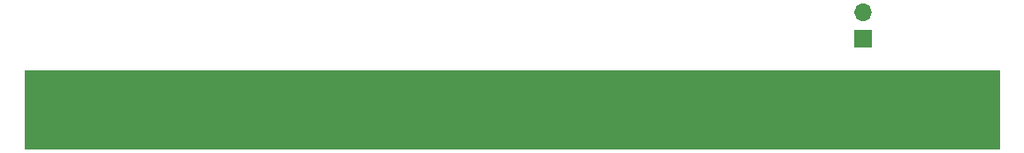
<source format=gbr>
%TF.GenerationSoftware,KiCad,Pcbnew,7.0.11*%
%TF.CreationDate,2024-03-06T22:05:36+01:00*%
%TF.ProjectId,kim-1-programmable-memory,6b696d2d-312d-4707-926f-6772616d6d61,rev?*%
%TF.SameCoordinates,Original*%
%TF.FileFunction,Soldermask,Bot*%
%TF.FilePolarity,Negative*%
%FSLAX46Y46*%
G04 Gerber Fmt 4.6, Leading zero omitted, Abs format (unit mm)*
G04 Created by KiCad (PCBNEW 7.0.11) date 2024-03-06 22:05:36*
%MOMM*%
%LPD*%
G01*
G04 APERTURE LIST*
G04 Aperture macros list*
%AMFreePoly0*
4,1,22,-1.300000,3.270000,1.300000,3.270000,1.300000,-1.970000,1.280250,-2.195743,1.221600,-2.414626,1.125833,-2.620000,0.995858,-2.805624,0.835624,-2.965858,0.650000,-3.095833,0.444626,-3.191600,0.225743,-3.250250,0.000000,-3.270000,-0.225743,-3.250250,-0.444626,-3.191600,-0.650000,-3.095833,-0.835624,-2.965858,-0.995858,-2.805624,-1.125833,-2.620000,-1.221600,-2.414626,-1.280250,-2.195743,
-1.300000,-1.970000,-1.300000,3.270000,-1.300000,3.270000,$1*%
G04 Aperture macros list end*
%ADD10C,0.120000*%
%ADD11R,1.700000X1.700000*%
%ADD12O,1.700000X1.700000*%
%ADD13FreePoly0,180.000000*%
G04 APERTURE END LIST*
D10*
%TO.C,J3*%
X60380000Y-163940000D02*
X153620000Y-163940000D01*
X153620000Y-163940000D02*
X153620000Y-156360000D01*
X153620000Y-156360000D02*
X60380000Y-156360000D01*
X60380000Y-156360000D02*
X60380000Y-163940000D01*
G36*
X60380000Y-163940000D02*
G01*
X153620000Y-163940000D01*
X153620000Y-156360000D01*
X60380000Y-156360000D01*
X60380000Y-163940000D01*
G37*
%TD*%
D11*
%TO.C,J1*%
X140650000Y-153380000D03*
D12*
X140650000Y-150840000D03*
%TD*%
D13*
%TO.C,J3*%
X65420000Y-159880000D03*
X69380000Y-159880000D03*
X73340000Y-159880000D03*
X77300000Y-159880000D03*
X81260000Y-159880000D03*
X85220000Y-159880000D03*
X89180000Y-159880000D03*
X93140000Y-159880000D03*
X97100000Y-159880000D03*
X101060000Y-159880000D03*
X105020000Y-159880000D03*
X108980000Y-159880000D03*
X112940000Y-159880000D03*
X116900000Y-159880000D03*
X120860000Y-159880000D03*
X124820000Y-159880000D03*
X128780000Y-159880000D03*
X132740000Y-159880000D03*
X136700000Y-159880000D03*
X140660000Y-159880000D03*
X144620000Y-159880000D03*
X148580000Y-159880000D03*
%TD*%
M02*

</source>
